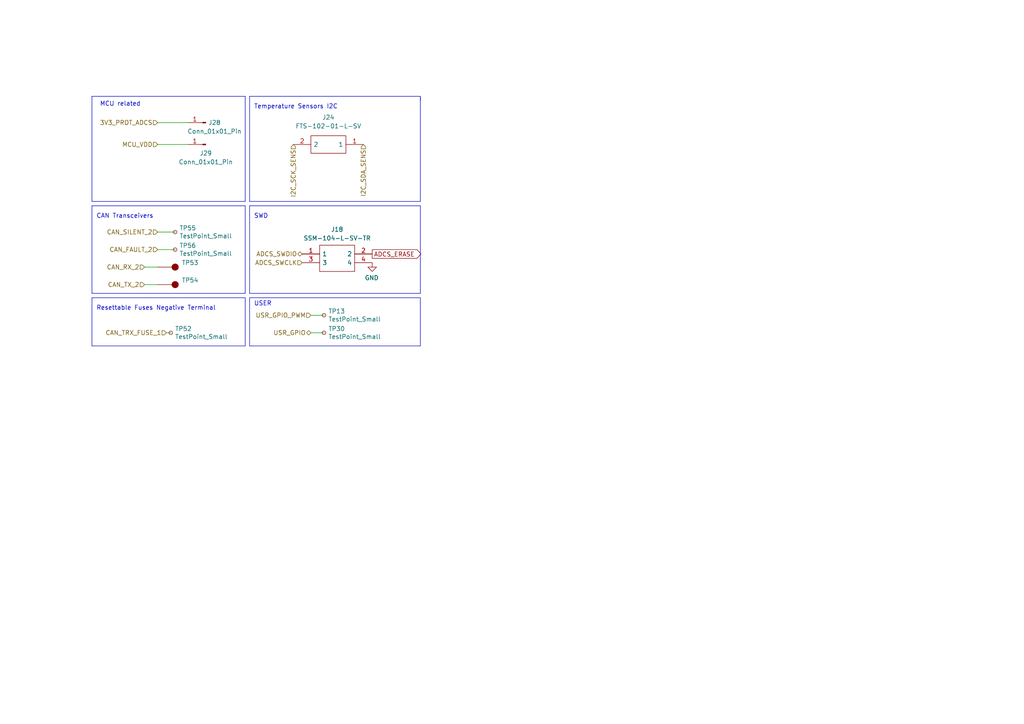
<source format=kicad_sch>
(kicad_sch (version 20231120) (generator "eeschema") (generator_version "8.0")
  (paper "A4")
  (lib_symbols
    (symbol "Connector:Conn_01x01_Pin" (pin_names (offset 1.016) hide)
      (property "Reference" "J" (at 0 2.54 0))
      (property "Value" "Conn_01x01_Pin" (at 0 -2.54 0))
      (symbol "Conn_01x01_Pin_1_1"
        (polyline (pts (xy 1.27 0) (xy 0.8636 0)) (stroke (width 0.1524)))
        (rectangle (start 0.8636 0.127) (end 0 -0.127) (stroke (width 0.1524)) (fill (type outline)))
        (pin passive line (at 5.08 0 180) (length 3.81) (name "Pin_1") (number "1"))
      )
    )
    (symbol "Connector:TestPoint_Small" (pin_numbers hide) (pin_names (offset 0.762) hide)
      (property "Reference" "TP" (at 0 3.81 0))
      (property "Value" "TestPoint_Small" (at 0 2.032 0))
      (symbol "TestPoint_Small_0_1"
        (circle (center 0 0) (radius 0.508))
      )
      (symbol "TestPoint_Small_1_1"
        (pin passive line (at 0 0 90) (length 0) (name "1") (number "1"))
      )
    )
    (symbol "Connectors:FTS-102-01-L-SV" (pin_names (offset 0.762))
      (property "Reference" "J" (at 16.51 7.62 0))
      (property "Value" "FTS-102-01-L-SV" (at 16.51 5.08 0))
      (symbol "FTS-102-01-L-SV_0_0"
        (pin passive line (at 20.32 0 180) (length 5.08) (name "1") (number "1"))
        (pin passive line (at 0 0 0) (length 5.08) (name "2") (number "2"))
      )
      (symbol "FTS-102-01-L-SV_0_1"
        (polyline (pts (xy 5.08 2.54) (xy 15.24 2.54) (xy 15.24 -2.54) (xy 5.08 -2.54) (xy 5.08 2.54)) (stroke (width 0.1524)))
      )
    )
    (symbol "Connectors:SSM-104-L-SV-TR" (pin_names (offset 0.762))
      (property "Reference" "J" (at 16.51 7.62 0))
      (property "Value" "SSM-104-L-SV-TR" (at 16.51 5.08 0))
      (symbol "SSM-104-L-SV-TR_0_0"
        (pin passive line (at 0 0 0) (length 5.08) (name "1") (number "1"))
        (pin passive line (at 20.32 0 180) (length 5.08) (name "2") (number "2"))
        (pin passive line (at 0 -2.54 0) (length 5.08) (name "3") (number "3"))
        (pin passive line (at 20.32 -2.54 180) (length 5.08) (name "4") (number "4"))
      )
      (symbol "SSM-104-L-SV-TR_0_1"
        (polyline (pts (xy 5.08 2.54) (xy 15.24 2.54) (xy 15.24 -5.08) (xy 5.08 -5.08) (xy 5.08 2.54)) (stroke (width 0.1524)))
      )
    )
    (symbol "MISC:5015" (pin_numbers hide) (pin_names (offset 1.016) hide)
      (property "Reference" "TP" (at 0 0 0))
      (property "Footprint" "KEYSTONE_5015" (at 1.27 2.54 0))
      (symbol "5015_0_0"
        (circle (center -2.54 0) (radius 0.508) (stroke (width 1.016)))
        (pin passive line (at 2.54 0 180) (length 5.08) (name "~") (number "1"))
      )
    )
    (symbol "power:GND" (power) (pin_names (offset 0))
      (property "Value" "GND" (at 0 -3.81 0))
      (symbol "GND_0_1"
        (polyline (pts (xy 0 0) (xy 0 -1.27) (xy 1.27 -1.27) (xy 0 -2.54) (xy -1.27 -1.27) (xy 0 -1.27)))
      )
      (symbol "GND_1_1"
        (pin power_in line (at 0 0 270) (length 0) hide (name "GND") (number "1"))
      )
    )
  )
  (polyline (pts (xy 71.12 58.42) (xy 71.12 27.94)))
  (polyline (pts (xy 71.12 85.09) (xy 71.12 59.69)))
  (wire (pts (xy 45.72 77.47) (xy 41.91 77.47)))
  (wire (pts (xy 45.72 82.55) (xy 41.91 82.55)))
  (wire (pts (xy 45.72 67.31) (xy 50.8 67.31)))
  (polyline (pts (xy 72.39 100.33) (xy 121.92 100.33)))
  (polyline (pts (xy 71.12 100.33) (xy 71.12 86.36)))
  (polyline (pts (xy 26.67 86.36) (xy 68.58 86.36)))
  (polyline (pts (xy 26.67 59.69) (xy 71.12 59.69)))
  (polyline (pts (xy 26.67 27.94) (xy 26.67 58.42)))
  (polyline (pts (xy 71.12 27.94) (xy 26.67 27.94)))
  (wire (pts (xy 48.26 96.52) (xy 49.53 96.52)))
  (polyline (pts (xy 121.92 28.194) (xy 121.92 58.42)))
  (polyline (pts (xy 121.92 100.33) (xy 121.92 86.36)))
  (polyline (pts (xy 26.67 100.33) (xy 71.12 100.33)))
  (polyline (pts (xy 72.39 58.42) (xy 121.92 58.42)))
  (polyline (pts (xy 121.92 86.36) (xy 72.39 86.36)))
  (polyline (pts (xy 121.92 59.69) (xy 72.39 59.69)))
  (polyline (pts (xy 72.39 86.36) (xy 72.39 100.33)))
  (polyline (pts (xy 26.67 59.69) (xy 26.67 85.09)))
  (wire (pts (xy 93.98 96.52) (xy 90.17 96.52)))
  (polyline (pts (xy 68.58 86.36) (xy 71.12 86.36)))
  (polyline (pts (xy 26.67 85.09) (xy 71.12 85.09)))
  (wire (pts (xy 45.72 72.39) (xy 50.8 72.39)))
  (polyline (pts (xy 26.67 86.36) (xy 26.67 100.33)))
  (polyline (pts (xy 72.39 27.94) (xy 72.39 58.42)))
  (wire (pts (xy 54.61 35.56) (xy 45.72 35.56)))
  (wire (pts (xy 90.17 91.44) (xy 93.98 91.44)))
  (polyline (pts (xy 121.92 27.94) (xy 121.92 29.21)))
  (wire (pts (xy 54.61 41.91) (xy 45.72 41.91)))
  (polyline (pts (xy 26.67 58.42) (xy 71.12 58.42)))
  (polyline (pts (xy 72.39 27.94) (xy 121.92 27.94)))
  (polyline (pts (xy 72.39 59.69) (xy 72.39 85.09)))
  (polyline (pts (xy 121.92 85.09) (xy 121.92 59.69)))
  (polyline (pts (xy 72.39 85.09) (xy 121.92 85.09)))
  (text "CAN Transceivers " (at 27.94 63.5 0) (effects (font (size 1.27 1.27)) (justify left bottom)))
  (text "SWD" (at 73.66 63.5 0) (effects (font (size 1.27 1.27)) (justify left bottom)))
  (text "Resettable Fuses Negative Terminal" (at 27.94 90.17 0) (effects (font (size 1.27 1.27)) (justify left bottom)))
  (text "USER" (at 73.66 88.9 0) (effects (font (size 1.27 1.27)) (justify left bottom)))
  (text "Temperature Sensors I2C" (at 73.66 31.75 0) (effects (font (size 1.27 1.27)) (justify left bottom)))
  (text "MCU related" (at 28.956 30.988 0) (effects (font (size 1.27 1.27)) (justify left bottom)))
  (global_label "ADCS_ERASE" (shape output) (at 107.95 73.66 0) (property "Intersheetrefs" "${INTERSHEET_REFS}" (effects (hide yes))))
  (hierarchical_label "USR_GPIO_PWM" (shape input) (at 90.17 91.44 180))
  (hierarchical_label "ADCS_SWDIO" (shape bidirectional) (at 87.63 73.66 180))
  (hierarchical_label "ADCS_SWCLK" (shape input) (at 87.63 76.2 180))
  (hierarchical_label "I2C_SCK_SENS" (shape input) (at 85.09 41.91 270))
  (hierarchical_label "CAN_SILENT_2" (shape input) (at 45.72 67.31 180))
  (hierarchical_label "CAN_TRX_FUSE_1" (shape input) (at 48.26 96.52 180))
  (hierarchical_label "CAN_TX_2" (shape input) (at 41.91 82.55 180))
  (hierarchical_label "CAN_FAULT_2" (shape input) (at 45.72 72.39 180))
  (hierarchical_label "CAN_RX_2" (shape input) (at 41.91 77.47 180))
  (hierarchical_label "USR_GPIO" (shape bidirectional) (at 90.17 96.52 180))
  (hierarchical_label "3V3_PROT_ADCS" (shape input) (at 45.72 35.56 180))
  (hierarchical_label "I2C_SDA_SENS" (shape input) (at 105.41 41.91 270))
  (hierarchical_label "MCU_VDD" (shape input) (at 45.72 41.91 180))
  (symbol (lib_id "Connector:TestPoint_Small") (at 50.8 72.39 0) (unit 1)
    (property "Reference" "TP56" (at 52.0192 71.2216 0) (effects (justify left)))
    (property "Value" "TestPoint_Small" (at 52.0192 73.533 0) (effects (justify left)))
    (property "Footprint" "TestPoint:TestPoint_Pad_D1.0mm" (effects (hide yes)))
  )
  (symbol (lib_id "Connector:TestPoint_Small") (at 50.8 67.31 0) (unit 1)
    (property "Reference" "TP55" (at 52.0192 66.1416 0) (effects (justify left)))
    (property "Value" "TestPoint_Small" (at 52.0192 68.453 0) (effects (justify left)))
    (property "Footprint" "TestPoint:TestPoint_Pad_D1.0mm" (effects (hide yes)))
  )
  (symbol (lib_id "Connectors:SSM-104-L-SV-TR") (at 87.63 73.66 0) (unit 1)
    (property "Reference" "J18" (at 97.79 66.548 0))
    (property "Value" "SSM-104-L-SV-TR" (at 97.79 69.088 0))
    (property "Footprint" "Connectors:SSM104LSVTR" (effects (hide yes)))
    (property "Datasheet" "http://suddendocs.samtec.com/prints/ssm-1xx-xxx-xx-xx-xx-x-xx-xx-mkt.pdf" (effects (hide yes)))
    (property "Description" "SAMTEC - SSM-104-L-SV-TR - RECEPTACLE, 2.54MM, VERT, 4WAY" (effects (hide yes)))
    (property "Height" "7.37" (effects (hide yes)))
    (property "Mouser Part Number" "200-SSM104LSVTR" (effects (hide yes)))
    (property "Mouser Price/Stock" "https://www.mouser.co.uk/ProductDetail/Samtec/SSM-104-L-SV-TR?qs=rU5fayqh%252BE12yhO8FhHaEQ%3D%3D" (effects (hide yes)))
    (property "Manufacturer_Name" "SAMTEC" (effects (hide yes)))
    (property "Manufacturer_Part_Number" "SSM-104-L-SV-TR" (effects (hide yes)))
  )
  (symbol (lib_id "Connectors:FTS-102-01-L-SV") (at 85.09 41.91 0) (unit 1)
    (property "Reference" "J24" (at 95.25 34.036 0))
    (property "Value" "FTS-102-01-L-SV" (at 95.25 36.576 0))
    (property "Footprint" "FTS-102-01-L-SV:FTS10201LSV" (effects (hide yes)))
    (property "Datasheet" "http://suddendocs.samtec.com/prints/fts-1xx-xx-x-sx-mkt.pdf" (effects (hide yes)))
    (property "Description" "Headers & Wire Housings .050\" Micro Low Profile Terminal Strip" (effects (hide yes)))
    (property "Height" "4.58" (effects (hide yes)))
    (property "Manufacturer_Name" "SAMTEC" (effects (hide yes)))
    (property "Manufacturer_Part_Number" "FTS-102-01-L-SV" (effects (hide yes)))
    (property "Mouser Part Number" "200-FTS10201LSV" (effects (hide yes)))
    (property "Mouser Price/Stock" "https://www.mouser.co.uk/ProductDetail/Samtec/FTS-102-01-L-SV?qs=0lQeLiL1qyYdtNGZW4W4Qg%3D%3D" (effects (hide yes)))
    (property "Arrow Part Number" "FTS-102-01-L-SV" (effects (hide yes)))
    (property "Arrow Price/Stock" "https://www.arrow.com/en/products/fts-102-01-l-sv/samtec?region=nac" (effects (hide yes)))
  )
  (symbol (lib_id "Connector:TestPoint_Small") (at 49.53 96.52 0) (unit 1)
    (property "Reference" "TP52" (at 50.7492 95.3516 0) (effects (justify left)))
    (property "Value" "TestPoint_Small" (at 50.7492 97.663 0) (effects (justify left)))
    (property "Footprint" "TestPoint:TestPoint_Pad_D1.0mm" (effects (hide yes)))
  )
  (symbol (lib_id "MISC:5015") (at 48.26 82.55 180) (unit 1)
    (property "Reference" "TP54" (at 52.705 81.2799 0) (effects (justify right)))
    (property "Value" "5015" (effects (hide yes)))
    (property "Footprint" "TestPoint:TestPoint_Pad_D1.0mm" (effects (hide yes)))
    (property "MANUFACTURER" "KEYSTONE ELECTRONICS CORP" (effects (hide yes)))
    (property "STANDARD" "MANUFACTURER RECOMMENDATIONS" (effects (hide yes)))
    (property "PARTREV" "F" (effects (hide yes)))
  )
  (symbol (lib_id "Connector:Conn_01x01_Pin") (at 59.69 35.56 180) (unit 1)
    (property "Reference" "J28" (at 62.23 35.56 0))
    (property "Value" "Conn_01x01_Pin" (at 62.23 38.1 0))
    (property "Footprint" "Connector_PinHeader_1.00mm:PinHeader_1x01_P1.00mm_Vertical" (effects (hide yes)))
  )
  (symbol (lib_id "Connector:TestPoint_Small") (at 93.98 96.52 0) (unit 1)
    (property "Reference" "TP30" (at 95.1992 95.3516 0) (effects (justify left)))
    (property "Value" "TestPoint_Small" (at 95.1992 97.663 0) (effects (justify left)))
    (property "Footprint" "TestPoint:TestPoint_Pad_D1.0mm" (effects (hide yes)))
  )
  (symbol (lib_id "Connector:TestPoint_Small") (at 93.98 91.44 0) (unit 1)
    (property "Reference" "TP13" (at 95.1992 90.2716 0) (effects (justify left)))
    (property "Value" "TestPoint_Small" (at 95.1992 92.583 0) (effects (justify left)))
    (property "Footprint" "TestPoint:TestPoint_Pad_D1.0mm" (effects (hide yes)))
  )
  (symbol (lib_id "Connector:Conn_01x01_Pin") (at 59.69 41.91 180) (unit 1)
    (property "Reference" "J29" (at 59.69 44.45 0))
    (property "Value" "Conn_01x01_Pin" (at 59.69 46.99 0))
    (property "Footprint" "Connector_PinHeader_1.00mm:PinHeader_1x01_P1.00mm_Vertical" (effects (hide yes)))
  )
  (symbol (lib_id "power:GND") (at 107.95 76.2 0) (mirror y) (unit 1)
    (property "Reference" "#PWR03" (effects (hide yes)))
    (property "Value" "GND" (at 107.823 80.5942 0))
  )
  (symbol (lib_id "MISC:5015") (at 48.26 77.47 180) (unit 1)
    (property "Reference" "TP53" (at 52.705 76.1999 0) (effects (justify right)))
    (property "Value" "5015" (effects (hide yes)))
    (property "Footprint" "TestPoint:TestPoint_Pad_D1.0mm" (effects (hide yes)))
    (property "MANUFACTURER" "KEYSTONE ELECTRONICS CORP" (effects (hide yes)))
    (property "STANDARD" "MANUFACTURER RECOMMENDATIONS" (effects (hide yes)))
    (property "PARTREV" "F" (effects (hide yes)))
  )
)
</source>
